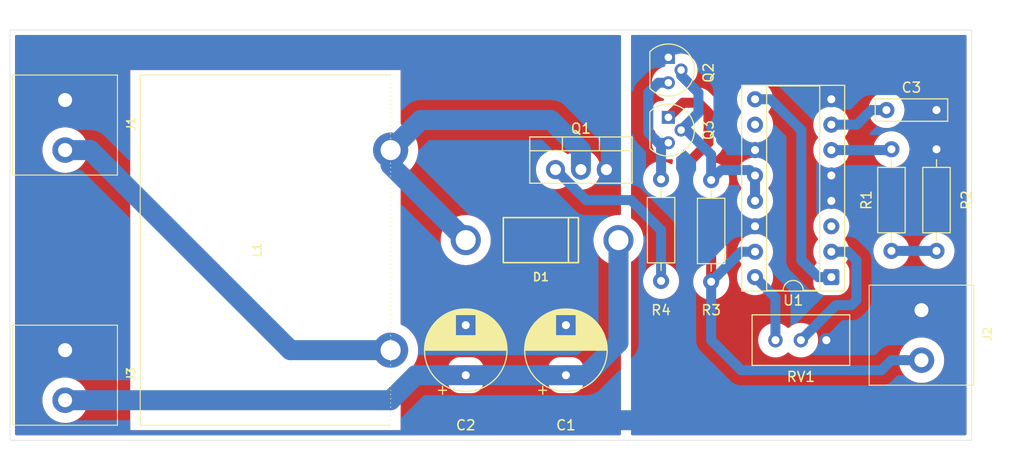
<source format=kicad_pcb>
(kicad_pcb (version 20241229) (generator "pcbnew") (generator_version "9.0")
  (layers (0 "F.Cu" signal) (2 "B.Cu" signal) (13 "F.Paste" user) (15 "B.Paste" user) (5 "F.SilkS" user "F.Silkscreen") (7 "B.SilkS" user "B.Silkscreen") (1 "F.Mask" user) (3 "B.Mask" user) (25 "Edge.Cuts" user))
  (net 0 "")
  (net 1 "+24V")
  (net 2 "GND")
  (net 3 "Net-(U1-CT)")
  (net 4 "/Dreno")
  (net 5 "+12V")
  (net 6 "+15V")
  (net 7 "/Driver")
  (net 8 "Net-(Q2-E)")
  (net 9 "Net-(Q2-B)")
  (net 10 "Net-(R1-Pad2)")
  (net 11 "Net-(U1-RT)")
  (net 12 "Net-(U1-IN)")
  (net 13 "Net-(U1-V_REF)")
  (net 14 "Net-(U1-COMP)")
  (net 17 "GNDPWR")
  (footprint "Potentiometer_THT:Potentiometer_Bourns_3296W_Vertical" (layer "F.Cu") (at 118.42 49 180)
    (property "Reference" "RV1" (at -2.54 -3.66 0) (layer "F.SilkS"))
    (property "Value" "10k")
    (fp_line (start 2.335 2.53) (end -7.415 2.53) (stroke (width 0.12)) (layer "F.SilkS"))
    (fp_line (start 2.335 -2.52) (end 2.335 2.53) (stroke (width 0.12)) (layer "F.SilkS"))
    (fp_line (start -7.415 2.53) (end -7.415 -2.52) (stroke (width 0.12)) (layer "F.SilkS"))
    (fp_line (start -7.415 -2.52) (end 2.335 -2.52) (stroke (width 0.12)) (layer "F.SilkS"))
    (pad "1" thru_hole circle (at 0 0 180) (size 1.44 1.44) (drill 0.8) (layers "*.Cu" "*.Mask") (net 13 "Net-(U1-V_REF)"))
    (pad "2" thru_hole circle (at -2.54 0 180) (size 1.44 1.44) (drill 0.8) (layers "*.Cu" "*.Mask") (net 12 "Net-(U1-IN)"))
    (pad "3" thru_hole circle (at -5.08 0 180) (size 1.44 1.44) (drill 0.8) (layers "*.Cu" "*.Mask") (net 2 "GND"))
  )
  (footprint "Package_TO_SOT_THT:TO-92" (layer "F.Cu") (at 107.73 20.73 -90)
    (property "Reference" "Q2" (at 1.54 -4 90) (layer "F.SilkS"))
    (property "Value" "2N2907A")
    (fp_line (start -0.53 1.85) (end 3.07 1.85) (stroke (width 0.12)) (layer "F.SilkS"))
    (fp_arc (start -0.568478 1.838478) (mid -1.132087 -0.994977) (end 1.27 -2.6) (stroke (width 0.12)) (layer "F.SilkS"))
    (fp_arc (start 1.27 -2.6) (mid 3.672087 -0.994977) (end 3.108478 1.838478) (stroke (width 0.12)) (layer "F.SilkS"))
    (pad "1" thru_hole rect (at 0 0 270) (size 1.3 1.3) (drill 0.75) (layers "*.Cu" "*.Mask") (net 2 "GND"))
    (pad "2" thru_hole circle (at 1.27 -1.27 270) (size 1.3 1.3) (drill 0.75) (layers "*.Cu" "*.Mask") (net 9 "Net-(Q2-B)"))
    (pad "3" thru_hole circle (at 2.54 0 270) (size 1.3 1.3) (drill 0.75) (layers "*.Cu" "*.Mask") (net 8 "Net-(Q2-E)"))
  )
  (footprint "Indutores_Potência:Indutor_Potência" (layer "F.Cu") (at 67.5 40 90)
    (property "Reference" "L1" (at 0 -0.8128 90) (layer "F.SilkS") (effects (font (size 0.8128 0.8128) (thickness 0.1524))))
    (property "Value" "L")
    (fp_line (start 17.5 -12.5) (end 17.5 12.5) (stroke (width 0.1)) (layer "F.SilkS"))
    (fp_line (start -17.5 -12.5) (end 17.5 -12.5) (stroke (width 0.1)) (layer "F.SilkS"))
    (fp_line (start 17.5 12.5) (end -17.5 12.5) (stroke (width 0.1) (type dot)) (layer "F.SilkS"))
    (fp_line (start -17.5 12.5) (end -17.5 -12.5) (stroke (width 0.1)) (layer "F.SilkS"))
    (pad "1" thru_hole circle (at -10 12.5 90) (size 3.5 3.5) (drill 2) (layers "*.Cu" "*.Mask") (net 5 "+12V"))
    (pad "2" thru_hole circle (at 10 12.5 90) (size 3.5 3.5) (drill 2) (layers "*.Cu" "*.Mask") (net 4 "/Dreno"))
  )
  (footprint "Capacitor_THT:C_Rect_L7.0mm_W2.0mm_P5.00mm" (layer "F.Cu") (at 129.5 26)
    (property "Reference" "C3" (at 2.5 -2.25 0) (layer "F.SilkS"))
    (property "Value" "10nF")
    (fp_line (start -1.12 -1.12) (end 6.12 -1.12) (stroke (width 0.12)) (layer "F.SilkS"))
    (fp_line (start -1.12 1.12) (end -1.12 -1.12) (stroke (width 0.12)) (layer "F.SilkS"))
    (fp_line (start 6.12 -1.12) (end 6.12 1.12) (stroke (width 0.12)) (layer "F.SilkS"))
    (fp_line (start 6.12 1.12) (end -1.12 1.12) (stroke (width 0.12)) (layer "F.SilkS"))
    (pad "1" thru_hole circle (at 0 0) (size 1.6 1.6) (drill 0.8) (layers "*.Cu" "*.Mask") (net 3 "Net-(U1-CT)"))
    (pad "2" thru_hole circle (at 5 0) (size 1.6 1.6) (drill 0.8) (layers "*.Cu" "*.Mask") (net 2 "GND"))
  )
  (footprint "KRE:KF128 2 VIAS" (layer "F.Cu") (at 47.5 27.5 90)
    (property "Reference" "J1" (at 0.1 6.5872 90) (layer "F.SilkS") (effects (font (size 0.8128 0.8128) (thickness 0.1524))))
    (property "Value" "KRE KF128")
    (fp_line (start 5 -5.225) (end -5 -5.225) (stroke (width 0.1)) (layer "F.SilkS"))
    (fp_line (start -5 -5.225) (end -5 5.225) (stroke (width 0.1)) (layer "F.SilkS"))
    (fp_line (start 5 5.225) (end 5 -5.225) (stroke (width 0.1)) (layer "F.SilkS"))
    (fp_line (start -5 5.225) (end 5 5.225) (stroke (width 0.1)) (layer "F.SilkS"))
    (pad "1" thru_hole circle (at -2.5 0 90) (size 2.54 2.54) (drill 1.4) (layers "*.Cu" "*.Mask") (net 5 "+12V"))
    (pad "2" thru_hole circle (at 2.5 0 90) (size 2.54 2.54) (drill 1.4) (layers "*.Cu" "*.Mask") (net 17 "GNDPWR"))
  )
  (footprint "Diodos_Diferentes:MUR420" (layer "F.Cu") (at 95 39)
    (property "Reference" "D1" (at 0 3.6872 0) (layer "F.SilkS") (effects (font (size 0.8128 0.8128) (thickness 0.1524))))
    (property "Value" "MUR420")
    (fp_line (start 2.75 -2.25) (end 2.75 2.25) (stroke (width 0.1524)) (layer "F.SilkS"))
    (fp_rect (start -3.75 -2.25) (end 3.75 2.25) (stroke (width 0.1524)) (fill no) (layer "F.SilkS"))
    (pad "1" thru_hole circle (at 7.75 0) (size 3 3) (drill 2) (layers "*.Cu" "*.Mask") (net 1 "+24V"))
    (pad "2" thru_hole circle (at -7.5 0) (size 3 3) (drill 2) (layers "*.Cu" "*.Mask") (net 4 "/Dreno"))
  )
  (footprint "Resistor_THT:R_Axial_DIN0207_L6.3mm_D2.5mm_P10.16mm_Horizontal" (layer "F.Cu") (at 130 29.92 -90)
    (property "Reference" "R1" (at 5.08 2.5 90) (layer "F.SilkS"))
    (property "Value" "4,7k")
    (fp_line (start 1.04 0) (end 1.81 0) (stroke (width 0.12)) (layer "F.SilkS"))
    (fp_line (start 9.12 0) (end 8.35 0) (stroke (width 0.12)) (layer "F.SilkS"))
    (fp_rect (start 1.81 -1.37) (end 8.35 1.37) (stroke (width 0.12)) (fill no) (layer "F.SilkS"))
    (pad "1" thru_hole circle (at 0 0 270) (size 1.6 1.6) (drill 0.8) (layers "*.Cu" "*.Mask") (net 11 "Net-(U1-RT)"))
    (pad "2" thru_hole circle (at 10.16 0 270) (size 1.6 1.6) (drill 0.8) (layers "*.Cu" "*.Mask") (net 10 "Net-(R1-Pad2)"))
  )
  (footprint "Capacitor_THT:CP_Radial_D8.0mm_P5.00mm" (layer "F.Cu") (at 97.5 52.5 90)
    (property "Reference" "C1" (at -5 0 180) (layer "F.SilkS"))
    (property "Value" "100uF")
    (fp_line (start 2.54 -4.08) (end 2.54 4.08) (stroke (width 0.12)) (layer "F.SilkS"))
    (fp_line (start 2.5 -4.08) (end 2.5 4.08) (stroke (width 0.12)) (layer "F.SilkS"))
    (fp_line (start 2.58 -4.079) (end 2.58 4.079) (stroke (width 0.12)) (layer "F.SilkS"))
    (fp_line (start 2.62 -4.078) (end 2.62 4.078) (stroke (width 0.12)) (layer "F.SilkS"))
    (fp_line (start 2.66 -4.077) (end 2.66 4.077) (stroke (width 0.12)) (layer "F.SilkS"))
    (fp_line (start 2.7 -4.075) (end 2.7 4.075) (stroke (width 0.12)) (layer "F.SilkS"))
    (fp_line (start 2.74 -4.073) (end 2.74 4.073) (stroke (width 0.12)) (layer "F.SilkS"))
    (fp_line (start 2.78 -4.07) (end 2.78 4.07) (stroke (width 0.12)) (layer "F.SilkS"))
    (fp_line (start 2.82 -4.068) (end 2.82 4.068) (stroke (width 0.12)) (layer "F.SilkS"))
    (fp_line (start 2.86 -4.064) (end 2.86 4.064) (stroke (width 0.12)) (layer "F.SilkS"))
    (fp_line (start 2.9 -4.061) (end 2.9 4.061) (stroke (width 0.12)) (layer "F.SilkS"))
    (fp_line (start 2.94 -4.056) (end 2.94 4.056) (stroke (width 0.12)) (layer "F.SilkS"))
    (fp_line (start 2.98 -4.052) (end 2.98 4.052) (stroke (width 0.12)) (layer "F.SilkS"))
    (fp_line (start 3.02 -4.047) (end 3.02 4.047) (stroke (width 0.12)) (layer "F.SilkS"))
    (fp_line (start 3.06 -4.042) (end 3.06 4.042) (stroke (width 0.12)) (layer "F.SilkS"))
    (fp_line (start 3.1 -4.036) (end 3.1 4.036) (stroke (width 0.12)) (layer "F.SilkS"))
    (fp_line (start 3.14 -4.03) (end 3.14 4.03) (stroke (width 0.12)) (layer "F.SilkS"))
    (fp_line (start 3.18 -4.023) (end 3.18 4.023) (stroke (width 0.12)) (layer "F.SilkS"))
    (fp_line (start 3.22 -4.017) (end 3.22 4.017) (stroke (width 0.12)) (layer "F.SilkS"))
    (fp_line (start 3.26 -4.009) (end 3.26 4.009) (stroke (width 0.12)) (layer "F.SilkS"))
    (fp_line (start 3.3 -4.002) (end 3.3 4.002) (stroke (width 0.12)) (layer "F.SilkS"))
    (fp_line (start 3.34 -3.993) (end 3.34 3.993) (stroke (width 0.12)) (layer "F.SilkS"))
    (fp_line (start 3.38 -3.985) (end 3.38 3.985) (stroke (width 0.12)) (layer "F.SilkS"))
    (fp_line (start 3.42 -3.976) (end 3.42 3.976) (stroke (width 0.12)) (layer "F.SilkS"))
    (fp_line (start 3.46 -3.967) (end 3.46 3.967) (stroke (width 0.12)) (layer "F.SilkS"))
    (fp_line (start 3.5 -3.957) (end 3.5 3.957) (stroke (width 0.12)) (layer "F.SilkS"))
    (fp_line (start 3.54 -3.947) (end 3.54 3.947) (stroke (width 0.12)) (layer "F.SilkS"))
    (fp_line (start 3.58 -3.936) (end 3.58 3.936) (stroke (width 0.12)) (layer "F.SilkS"))
    (fp_line (start 3.62 -3.925) (end 3.62 3.925) (stroke (width 0.12)) (layer "F.SilkS"))
    (fp_line (start 3.66 -3.913) (end 3.66 3.913) (stroke (width 0.12)) (layer "F.SilkS"))
    (fp_line (start 3.7 -3.901) (end 3.7 3.901) (stroke (width 0.12)) (layer "F.SilkS"))
    (fp_line (start 3.74 -3.889) (end 3.74 3.889) (stroke (width 0.12)) (layer "F.SilkS"))
    (fp_line (start 3.78 -3.876) (end 3.78 3.876) (stroke (width 0.12)) (layer "F.SilkS"))
    (fp_line (start 3.82 -3.863) (end 3.82 3.863) (stroke (width 0.12)) (layer "F.SilkS"))
    (fp_line (start 3.86 -3.849) (end 3.86 3.849) (stroke (width 0.12)) (layer "F.SilkS"))
    (fp_line (start 3.9 -3.835) (end 3.9 3.835) (stroke (width 0.12)) (layer "F.SilkS"))
    (fp_line (start 3.94 -3.82) (end 3.94 3.82) (stroke (width 0.12)) (layer "F.SilkS"))
    (fp_line (start 3.98 -3.805) (end 3.98 -1.04) (stroke (width 0.12)) (layer "F.SilkS"))
    (fp_line (start 4.02 -3.789) (end 4.02 -1.04) (stroke (width 0.12)) (layer "F.SilkS"))
    (fp_line (start 4.06 -3.773) (end 4.06 -1.04) (stroke (width 0.12)) (layer "F.SilkS"))
    (fp_line (start 4.1 -3.757) (end 4.1 -1.04) (stroke (width 0.12)) (layer "F.SilkS"))
    (fp_line (start 4.14 -3.74) (end 4.14 -1.04) (stroke (width 0.12)) (layer "F.SilkS"))
    (fp_line (start 4.18 -3.722) (end 4.18 -1.04) (stroke (width 0.12)) (layer "F.SilkS"))
    (fp_line (start 4.22 -3.704) (end 4.22 -1.04) (stroke (width 0.12)) (layer "F.SilkS"))
    (fp_line (start 4.26 -3.685) (end 4.26 -1.04) (stroke (width 0.12)) (layer "F.SilkS"))
    (fp_line (start 4.3 -3.666) (end 4.3 -1.04) (stroke (width 0.12)) (layer "F.SilkS"))
    (fp_line (start 4.34 -3.646) (end 4.34 -1.04) (stroke (width 0.12)) (layer "F.SilkS"))
    (fp_line (start 4.38 -3.626) (end 4.38 -1.04) (stroke (width 0.12)) (layer "F.SilkS"))
    (fp_line (start 4.42 -3.605) (end 4.42 -1.04) (stroke (width 0.12)) (layer "F.SilkS"))
    (fp_line (start 4.46 -3.584) (end 4.46 -1.04) (stroke (width 0.12)) (layer "F.SilkS"))
    (fp_line (start 4.5 -3.562) (end 4.5 -1.04) (stroke (width 0.12)) (layer "F.SilkS"))
    (fp_line (start 4.54 -3.539) (end 4.54 -1.04) (stroke (width 0.12)) (layer "F.SilkS"))
    (fp_line (start 4.58 -3.516) (end 4.58 -1.04) (stroke (width 0.12)) (layer "F.SilkS"))
    (fp_line (start 4.62 -3.493) (end 4.62 -1.04) (stroke (width 0.12)) (layer "F.SilkS"))
    (fp_line (start 4.66 -3.468) (end 4.66 -1.04) (stroke (width 0.12)) (layer "F.SilkS"))
    (fp_line (start 4.7 -3.443) (end 4.7 -1.04) (stroke (width 0.12)) (layer "F.SilkS"))
    (fp_line (start 4.74 -3.418) (end 4.74 -1.04) (stroke (width 0.12)) (layer "F.SilkS"))
    (fp_line (start 4.78 -3.392) (end 4.78 -1.04) (stroke (width 0.12)) (layer "F.SilkS"))
    (fp_line (start 4.82 -3.365) (end 4.82 -1.04) (stroke (width 0.12)) (layer "F.SilkS"))
    (fp_line (start 4.86 -3.337) (end 4.86 -1.04) (stroke (width 0.12)) (layer "F.SilkS"))
    (fp_line (start 4.9 -3.309) (end 4.9 -1.04) (stroke (width 0.12)) (layer "F.SilkS"))
    (fp_line (start 4.94 -3.28) (end 4.94 -1.04) (stroke (width 0.12)) (layer "F.SilkS"))
    (fp_line (start 4.98 -3.25) (end 4.98 -1.04) (stroke (width 0.12)) (layer "F.SilkS"))
    (fp_line (start 5.02 -3.219) (end 5.02 -1.04) (stroke (width 0.12)) (layer "F.SilkS"))
    (fp_line (start 5.06 -3.188) (end 5.06 -1.04) (stroke (width 0.12)) (layer "F.SilkS"))
    (fp_line (start 5.1 -3.156) (end 5.1 -1.04) (stroke (width 0.12)) (layer "F.SilkS"))
    (fp_line (start 5.14 -3.123) (end 5.14 -1.04) (stroke (width 0.12)) (layer "F.SilkS"))
    (fp_line (start 5.18 -3.089) (end 5.18 -1.04) (stroke (width 0.12)) (layer "F.SilkS"))
    (fp_line (start 5.22 -3.055) (end 5.22 -1.04) (stroke (width 0.12)) (layer "F.SilkS"))
    (fp_line (start 5.26 -3.019) (end 5.26 -1.04) (stroke (width 0.12)) (layer "F.SilkS"))
    (fp_line (start 5.3 -2.982) (end 5.3 -1.04) (stroke (width 0.12)) (layer "F.SilkS"))
    (fp_line (start 5.34 -2.945) (end 5.34 -1.04) (stroke (width 0.12)) (layer "F.SilkS"))
    (fp_line (start 5.38 -2.906) (end 5.38 -1.04) (stroke (width 0.12)) (layer "F.SilkS"))
    (fp_line (start 5.42 -2.867) (end 5.42 -1.04) (stroke (width 0.12)) (layer "F.SilkS"))
    (fp_line (start 5.46 -2.826) (end 5.46 -1.04) (stroke (width 0.12)) (layer "F.SilkS"))
    (fp_line (start 5.5 -2.784) (end 5.5 -1.04) (stroke (width 0.12)) (layer "F.SilkS"))
    (fp_line (start 5.54 -2.741) (end 5.54 -1.04) (stroke (width 0.12)) (layer "F.SilkS"))
    (fp_line (start -1.509698 -2.715) (end -1.509698 -1.915) (stroke (width 0.12)) (layer "F.SilkS"))
    (fp_line (start 5.58 -2.696) (end 5.58 -1.04) (stroke (width 0.12)) (layer "F.SilkS"))
    (fp_line (start 5.62 -2.651) (end 5.62 -1.04) (stroke (width 0.12)) (layer "F.SilkS"))
    (fp_line (start 5.66 -2.604) (end 5.66 -1.04) (stroke (width 0.12)) (layer "F.SilkS"))
    (fp_line (start 5.7 -2.555) (end 5.7 -1.04) (stroke (width 0.12)) (layer "F.SilkS"))
    (fp_line (start 5.74 -2.505) (end 5.74 -1.04) (stroke (width 0.12)) (layer "F.SilkS"))
    (fp_line (start 5.78 -2.453) (end 5.78 -1.04) (stroke (width 0.12)) (layer "F.SilkS"))
    (fp_line (start 5.82 -2.4) (end 5.82 -1.04) (stroke (width 0.12)) (layer "F.SilkS"))
    (fp_line (start 5.86 -2.344) (end 5.86 -1.04) (stroke (width 0.12)) (layer "F.SilkS"))
    (fp_line (start -1.909698 -2.315) (end -1.109698 -2.315) (stroke (width 0.12)) (layer "F.SilkS"))
    (fp_line (start 5.9 -2.287) (end 5.9 -1.04) (stroke (width 0.12)) (layer "F.SilkS"))
    (fp_line (start 5.94 -2.227) (end 5.94 -1.04) (stroke (width 0.12)) (layer "F.SilkS"))
    (fp_line (start 5.98 -2.165) (end 5.98 -1.04) (stroke (width 0.12)) (layer "F.SilkS"))
    (fp_line (start 6.02 -2.101) (end 6.02 -1.04) (stroke (width 0.12)) (layer "F.SilkS"))
    (fp_line (start 6.06 -2.034) (end 6.06 2.034) (stroke (width 0.12)) (layer "F.SilkS"))
    (fp_line (start 6.1 -1.964) (end 6.1 1.964) (stroke (width 0.12)) (layer "F.SilkS"))
    (fp_line (start 6.14 -1.89) (end 6.14 1.89) (stroke (width 0.12)) (layer "F.SilkS"))
    (fp_line (start 6.18 -1.813) (end 6.18 1.813) (stroke (width 0.12)) (layer "F.SilkS"))
    (fp_line (start 6.22 -1.731) (end 6.22 1.731) (stroke (width 0.12)) (layer "F.SilkS"))
    (fp_line (start 6.26 -1.644) (end 6.26 1.644) (stroke (width 0.12)) (layer "F.SilkS"))
    (fp_line (start 6.3 -1.552) (end 6.3 1.552) (stroke (width 0.12)) (layer "F.SilkS"))
    (fp_line (start 6.34 -1.453) (end 6.34 1.453) (stroke (width 0.12)) (layer "F.SilkS"))
    (fp_line (start 6.38 -1.346) (end 6.38 1.346) (stroke (width 0.12)) (layer "F.SilkS"))
    (fp_line (start 6.42 -1.228) (end 6.42 1.228) (stroke (width 0.12)) (layer "F.SilkS"))
    (fp_line (start 6.46 -1.097) (end 6.46 1.097) (stroke (width 0.12)) (layer "F.SilkS"))
    (fp_line (start 6.5 -0.947) (end 6.5 0.947) (stroke (width 0.12)) (layer "F.SilkS"))
    (fp_line (start 6.54 -0.768) (end 6.54 0.768) (stroke (width 0.12)) (layer "F.SilkS"))
    (fp_line (start 6.58 -0.533) (end 6.58 0.533) (stroke (width 0.12)) (layer "F.SilkS"))
    (fp_line (start 6.02 1.04) (end 6.02 2.101) (stroke (width 0.12)) (layer "F.SilkS"))
    (fp_line (start 5.98 1.04) (end 5.98 2.165) (stroke (width 0.12)) (layer "F.SilkS"))
    (fp_line (start 5.94 1.04) (end 5.94 2.227) (stroke (width 0.12)) (layer "F.SilkS"))
    (fp_line (start 5.9 1.04) (end 5.9 2.287) (stroke (width 0.12)) (layer "F.SilkS"))
    (fp_line (start 5.86 1.04) (end 5.86 2.344) (stroke (width 0.12)) (layer "F.SilkS"))
    (fp_line (start 5.82 1.04) (end 5.82 2.4) (stroke (width 0.12)) (layer "F.SilkS"))
    (fp_line (start 5.78 1.04) (end 5.78 2.453) (stroke (width 0.12)) (layer "F.SilkS"))
    (fp_line (start 5.74 1.04) (end 5.74 2.505) (stroke (width 0.12)) (layer "F.SilkS"))
    (fp_line (start 5.7 1.04) (end 5.7 2.555) (stroke (width 0.12)) (layer "F.SilkS"))
    (fp_line (start 5.66 1.04) (end 5.66 2.604) (stroke (width 0.12)) (layer "F.SilkS"))
    (fp_line (start 5.62 1.04) (end 5.62 2.651) (stroke (width 0.12)) (layer "F.SilkS"))
    (fp_line (start 5.58 1.04) (end 5.58 2.696) (stroke (width 0.12)) (layer "F.SilkS"))
    (fp_line (start 5.54 1.04) (end 5.54 2.741) (stroke (width 0.12)) (layer "F.SilkS"))
    (fp_line (start 5.5 1.04) (end 5.5 2.784) (stroke (width 0.12)) (layer "F.SilkS"))
    (fp_line (start 5.46 1.04) (end 5.46 2.826) (stroke (width 0.12)) (layer "F.SilkS"))
    (fp_line (start 5.42 1.04) (end 5.42 2.867) (stroke (width 0.12)) (layer "F.SilkS"))
    (fp_line (start 5.38 1.04) (end 5.38 2.906) (stroke (width 0.12)) (layer "F.SilkS"))
    (fp_line (start 5.34 1.04) (end 5.34 2.945) (stroke (width 0.12)) (layer "F.SilkS"))
    (fp_line (start 5.3 1.04) (end 5.3 2.982) (stroke (width 0.12)) (layer "F.SilkS"))
    (fp_line (start 5.26 1.04) (end 5.26 3.019) (stroke (width 0.12)) (layer "F.SilkS"))
    (fp_line (start 5.22 1.04) (end 5.22 3.055) (stroke (width 0.12)) (layer "F.SilkS"))
    (fp_line (start 5.18 1.04) (end 5.18 3.089) (stroke (width 0.12)) (layer "F.SilkS"))
    (fp_line (start 5.14 1.04) (end 5.14 3.123) (stroke (width 0.12)) (layer "F.SilkS"))
    (fp_line (start 5.1 1.04) (end 5.1 3.156) (stroke (width 0.12)) (layer "F.SilkS"))
    (fp_line (start 5.06 1.04) (end 5.06 3.188) (stroke (width 0.12)) (layer "F.SilkS"))
    (fp_line (start 5.02 1.04) (end 5.02 3.219) (stroke (width 0.12)) (layer "F.SilkS"))
    (fp_line (start 4.98 1.04) (end 4.98 3.25) (stroke (width 0.12)) (layer "F.SilkS"))
    (fp_line (start 4.94 1.04) (end 4.94 3.28) (stroke (width 0.12)) (layer "F.SilkS"))
    (fp_line (start 4.9 1.04) (end 4.9 3.309) (stroke (width 0.12)) (layer "F.SilkS"))
    (fp_line (start 4.86 1.04) (end 4.86 3.337) (stroke (width 0.12)) (layer "F.SilkS"))
    (fp_line (start 4.82 1.04) (end 4.82 3.365) (stroke (width 0.12)) (layer "F.SilkS"))
    (fp_line (start 4.78 1.04) (end 4.78 3.392) (stroke (width 0.12)) (layer "F.SilkS"))
    (fp_line (start 4.74 1.04) (end 4.74 3.418) (stroke (width 0.12)) (layer "F.SilkS"))
    (fp_line (start 4.7 1.04) (end 4.7 3.443) (stroke (width 0.12)) (layer "F.SilkS"))
    (fp_line (start 4.66 1.04) (end 4.66 3.468) (stroke (width 0.12)) (layer "F.SilkS"))
    (fp_line (start 4.62 1.04) (end 4.62 3.493) (stroke (width 0.12)) (layer "F.SilkS"))
    (fp_line (start 4.58 1.04) (end 4.58 3.516) (stroke (width 0.12)) (layer "F.SilkS"))
    (fp_line (start 4.54 1.04) (end 4.54 3.539) (stroke (width 0.12)) (layer "F.SilkS"))
    (fp_line (start 4.5 1.04) (end 4.5 3.562) (stroke (width 0.12)) (layer "F.SilkS"))
    (fp_line (start 4.46 1.04) (end 4.46 3.584) (stroke (width 0.12)) (layer "F.SilkS"))
    (fp_line (start 4.42 1.04) (end 4.42 3.605) (stroke (width 0.12)) (layer "F.SilkS"))
    (fp_line (start 4.38 1.04) (end 4.38 3.626) (stroke (width 0.12)) (layer "F.SilkS"))
    (fp_line (start 4.34 1.04) (end 4.34 3.646) (stroke (width 0.12)) (layer "F.SilkS"))
    (fp_line (start 4.3 1.04) (end 4.3 3.666) (stroke (width 0.12)) (layer "F.SilkS"))
    (fp_line (start 4.26 1.04) (end 4.26 3.685) (stroke (width 0.12)) (layer "F.SilkS"))
    (fp_line (start 4.22 1.04) (end 4.22 3.704) (stroke (width 0.12)) (layer "F.SilkS"))
    (fp_line (start 4.18 1.04) (end 4.18 3.722) (stroke (width 0.12)) (layer "F.SilkS"))
    (fp_line (start 4.14 1.04) (end 4.14 3.74) (stroke (width 0.12)) (layer "F.SilkS"))
    (fp_line (start 4.1 1.04) (end 4.1 3.757) (stroke (width 0.12)) (layer "F.SilkS"))
    (fp_line (start 4.06 1.04) (end 4.06 3.773) (stroke (width 0.12)) (layer "F.SilkS"))
    (fp_line (start 4.02 1.04) (end 4.02 3.789) (stroke (width 0.12)) (layer "F.SilkS"))
    (fp_line (start 3.98 1.04) (end 3.98 3.805) (stroke (width 0.12)) (layer "F.SilkS"))
    (fp_circle (center 2.5 0) (end 6.62 0) (stroke (width 0.12)) (fill no) (layer "F.SilkS"))
    (pad "1" thru_hole roundrect (at 0 0 90) (size 1.6 1.6) (drill 0.8) (layers "*.Cu" "*.Mask") (roundrect_rratio 0.15625) (net 1 "+24V"))
    (pad "2" thru_hole circle (at 5 0 90) (size 1.6 1.6) (drill 0.8) (layers "*.Cu" "*.Mask") (net 17 "GNDPWR"))
  )
  (footprint "Package_DIP:DIP-16_W7.62mm_Socket" (layer "F.Cu") (at 124 42.7 180)
    (property "Reference" "U1" (at 3.81 -2.33 0) (layer "F.SilkS"))
    (property "Value" "UC3524")
    (fp_line (start 6.46 19.11) (end 6.46 -1.33) (stroke (width 0.12)) (layer "F.SilkS"))
    (fp_line (start 6.46 -1.33) (end 4.81 -1.33) (stroke (width 0.12)) (layer "F.SilkS"))
    (fp_line (start 2.81 -1.33) (end 1.16 -1.33) (stroke (width 0.12)) (layer "F.SilkS"))
    (fp_line (start 1.16 19.11) (end 6.46 19.11) (stroke (width 0.12)) (layer "F.SilkS"))
    (fp_line (start 1.16 -1.33) (end 1.16 19.11) (stroke (width 0.12)) (layer "F.SilkS"))
    (fp_rect (start -1.33 -1.39) (end 8.95 19.17) (stroke (width 0.12)) (fill no) (layer "F.SilkS"))
    (fp_arc (start 4.81 -1.33) (mid 3.81 -0.33) (end 2.81 -1.33) (stroke (width 0.12)) (layer "F.SilkS"))
    (pad "1" thru_hole roundrect (at 0 0 180) (size 1.6 1.6) (drill 0.8) (layers "*.Cu" "*.Mask") (roundrect_rratio 0.15625) (net 14 "Net-(U1-COMP)"))
    (pad "2" thru_hole circle (at 0 2.54 180) (size 1.6 1.6) (drill 0.8) (layers "*.Cu" "*.Mask") (net 12 "Net-(U1-IN)"))
    (pad "3" thru_hole circle (at 0 5.08 180) (size 1.6 1.6) (drill 0.8) (layers "*.Cu" "*.Mask"))
    (pad "4" thru_hole circle (at 0 7.62 180) (size 1.6 1.6) (drill 0.8) (layers "*.Cu" "*.Mask") (net 2 "GND"))
    (pad "5" thru_hole circle (at 0 10.16 180) (size 1.6 1.6) (drill 0.8) (layers "*.Cu" "*.Mask") (net 2 "GND"))
    (pad "6" thru_hole circle (at 0 12.7 180) (size 1.6 1.6) (drill 0.8) (layers "*.Cu" "*.Mask") (net 11 "Net-(U1-RT)"))
    (pad "7" thru_hole circle (at 0 15.24 180) (size 1.6 1.6) (drill 0.8) (layers "*.Cu" "*.Mask") (net 3 "Net-(U1-CT)"))
    (pad "8" thru_hole circle (at 0 17.78 180) (size 1.6 1.6) (drill 0.8) (layers "*.Cu" "*.Mask") (net 2 "GND"))
    (pad "9" thru_hole circle (at 7.62 17.78 180) (size 1.6 1.6) (drill 0.8) (layers "*.Cu" "*.Mask") (net 14 "Net-(U1-COMP)"))
    (pad "10" thru_hole circle (at 7.62 15.24 180) (size 1.6 1.6) (drill 0.8) (layers "*.Cu" "*.Mask"))
    (pad "11" thru_hole circle (at 7.62 12.7 180) (size 1.6 1.6) (drill 0.8) (layers "*.Cu" "*.Mask") (net 2 "GND"))
    (pad "12" thru_hole circle (at 7.62 10.16 180) (size 1.6 1.6) (drill 0.8) (layers "*.Cu" "*.Mask") (net 9 "Net-(Q2-B)"))
    (pad "13" thru_hole circle (at 7.62 7.62 180) (size 1.6 1.6) (drill 0.8) (layers "*.Cu" "*.Mask") (net 9 "Net-(Q2-B)"))
    (pad "14" thru_hole circle (at 7.62 5.08 180) (size 1.6 1.6) (drill 0.8) (layers "*.Cu" "*.Mask") (net 2 "GND"))
    (pad "15" thru_hole circle (at 7.62 2.54 180) (size 1.6 1.6) (drill 0.8) (layers "*.Cu" "*.Mask") (net 6 "+15V"))
    (pad "16" thru_hole circle (at 7.62 0 180) (size 1.6 1.6) (drill 0.8) (layers "*.Cu" "*.Mask") (net 13 "Net-(U1-V_REF)"))
  )
  (footprint "Indutores_Potência:TO-220" (layer "F.Cu") (at 96.46 31.95)
    (property "Reference" "Q1" (at 2.54 -4.1 0) (layer "F.SilkS"))
    (property "Value" "IRF640")
    (fp_line (start -2.57 -3.26) (end 7.65 -3.26) (stroke (width 0.12)) (layer "F.SilkS"))
    (fp_line (start -2.57 -1.88) (end 7.65 -1.88) (stroke (width 0.12)) (layer "F.SilkS"))
    (fp_line (start -2.57 1.36) (end -2.57 -3.26) (stroke (width 0.12)) (layer "F.SilkS"))
    (fp_line (start 0.69 -3.26) (end 0.69 -1.88) (stroke (width 0.12)) (layer "F.SilkS"))
    (fp_line (start 4.39 -3.26) (end 4.39 -1.88) (stroke (width 0.12)) (layer "F.SilkS"))
    (fp_line (start 7.65 -3.26) (end 7.65 1.36) (stroke (width 0.12)) (layer "F.SilkS"))
    (fp_line (start 7.65 1.36) (end -2.57 1.36) (stroke (width 0.12)) (layer "F.SilkS"))
    (pad "1" thru_hole oval (at 2.54 0) (size 1.905 2) (drill 1.1) (layers "*.Cu" "*.Mask") (net 4 "/Dreno"))
    (pad "2" thru_hole circle (at 0 0) (size 1.905 1.905) (drill 1.1) (layers "*.Cu" "*.Mask") (net 7 "/Driver"))
    (pad "3" thru_hole oval (at 5.08 0) (size 1.905 2) (drill 1.1) (layers "*.Cu" "*.Mask") (net 17 "GNDPWR"))
  )
  (footprint "Resistor_THT:R_Axial_DIN0207_L6.3mm_D2.5mm_P10.16mm_Horizontal" (layer "F.Cu") (at 107 32.92 -90)
    (property "Reference" "R4" (at 13.08 0 180) (layer "F.SilkS"))
    (property "Value" "33R")
    (fp_line (start 1.04 0) (end 1.81 0) (stroke (width 0.12)) (layer "F.SilkS"))
    (fp_line (start 9.12 0) (end 8.35 0) (stroke (width 0.12)) (layer "F.SilkS"))
    (fp_rect (start 1.81 -1.37) (end 8.35 1.37) (stroke (width 0.12)) (fill no) (layer "F.SilkS"))
    (pad "1" thru_hole circle (at 0 0 270) (size 1.6 1.6) (drill 0.8) (layers "*.Cu" "*.Mask") (net 8 "Net-(Q2-E)"))
    (pad "2" thru_hole circle (at 10.16 0 270) (size 1.6 1.6) (drill 0.8) (layers "*.Cu" "*.Mask") (net 7 "/Driver"))
  )
  (footprint "Resistor_THT:R_Axial_DIN0207_L6.3mm_D2.5mm_P10.16mm_Horizontal" (layer "F.Cu") (at 134.5 40.08 90)
    (property "Reference" "R2" (at 5.08 3 90) (layer "F.SilkS"))
    (property "Value" "1,2k")
    (fp_line (start 9.12 0) (end 8.35 0) (stroke (width 0.12)) (layer "F.SilkS"))
    (fp_line (start 1.04 0) (end 1.81 0) (stroke (width 0.12)) (layer "F.SilkS"))
    (fp_rect (start 1.81 -1.37) (end 8.35 1.37) (stroke (width 0.12)) (fill no) (layer "F.SilkS"))
    (pad "1" thru_hole circle (at 0 0 90) (size 1.6 1.6) (drill 0.8) (layers "*.Cu" "*.Mask") (net 10 "Net-(R1-Pad2)"))
    (pad "2" thru_hole circle (at 10.16 0 90) (size 1.6 1.6) (drill 0.8) (layers "*.Cu" "*.Mask") (net 2 "GND"))
  )
  (footprint "Resistor_THT:R_Axial_DIN0207_L6.3mm_D2.5mm_P10.16mm_Horizontal" (layer "F.Cu") (at 112 43.16 90)
    (property "Reference" "R3" (at -2.84 0 180) (layer "F.SilkS"))
    (property "Value" "4,7k")
    (fp_line (start 9.12 0) (end 8.35 0) (stroke (width 0.12)) (layer "F.SilkS"))
    (fp_line (start 1.04 0) (end 1.81 0) (stroke (width 0.12)) (layer "F.SilkS"))
    (fp_rect (start 1.81 -1.37) (end 8.35 1.37) (stroke (width 0.12)) (fill no) (layer "F.SilkS"))
    (pad "1" thru_hole circle (at 0 0 90) (size 1.6 1.6) (drill 0.8) (layers "*.Cu" "*.Mask") (net 6 "+15V"))
    (pad "2" thru_hole circle (at 10.16 0 90) (size 1.6 1.6) (drill 0.8) (layers "*.Cu" "*.Mask") (net 9 "Net-(Q2-B)"))
  )
  (footprint "KRE:KF128 2 VIAS" (layer "F.Cu") (at 133 48.5 90)
    (property "Reference" "J2" (at 0.1 6.5872 90) (layer "F.SilkS") (effects (font (size 0.8128 0.8128) (thickness 0.1524))))
    (property "Value" "KRE KF128")
    (fp_line (start 5 -5.225) (end -5 -5.225) (stroke (width 0.1)) (layer "F.SilkS"))
    (fp_line (start -5 -5.225) (end -5 5.225) (stroke (width 0.1)) (layer "F.SilkS"))
    (fp_line (start 5 5.225) (end 5 -5.225) (stroke (width 0.1)) (layer "F.SilkS"))
    (fp_line (start -5 5.225) (end 5 5.225) (stroke (width 0.1)) (layer "F.SilkS"))
    (pad "1" thru_hole circle (at -2.5 0 90) (size 2.54 2.54) (drill 1.4) (layers "*.Cu" "*.Mask") (net 6 "+15V"))
    (pad "2" thru_hole circle (at 2.5 0 90) (size 2.54 2.54) (drill 1.4) (layers "*.Cu" "*.Mask") (net 2 "GND"))
  )
  (footprint "Package_TO_SOT_THT:TO-92" (layer "F.Cu") (at 107.73 26.73 -90)
    (property "Reference" "Q3" (at 1.27 -4 90) (layer "F.SilkS"))
    (property "Value" "2N2222A")
    (fp_line (start -0.53 1.85) (end 3.07 1.85) (stroke (width 0.12)) (layer "F.SilkS"))
    (fp_arc (start -0.568478 1.838478) (mid -1.132087 -0.994977) (end 1.27 -2.6) (stroke (width 0.12)) (layer "F.SilkS"))
    (fp_arc (start 1.27 -2.6) (mid 3.672087 -0.994977) (end 3.108478 1.838478) (stroke (width 0.12)) (layer "F.SilkS"))
    (pad "1" thru_hole rect (at 0 0 270) (size 1.3 1.3) (drill 0.75) (layers "*.Cu" "*.Mask") (net 6 "+15V"))
    (pad "2" thru_hole circle (at 1.27 -1.27 270) (size 1.3 1.3) (drill 0.75) (layers "*.Cu" "*.Mask") (net 9 "Net-(Q2-B)"))
    (pad "3" thru_hole circle (at 2.54 0 270) (size 1.3 1.3) (drill 0.75) (layers "*.Cu" "*.Mask") (net 8 "Net-(Q2-E)"))
  )
  (footprint "KRE:KF128 2 VIAS" (layer "F.Cu") (at 47.5 52.5 90)
    (property "Reference" "J3" (at 0.1 6.5872 90) (layer "F.SilkS") (effects (font (size 0.8128 0.8128) (thickness 0.1524))))
    (property "Value" "KRE KF128")
    (fp_line (start 5 -5.225) (end -5 -5.225) (stroke (width 0.1)) (layer "F.SilkS"))
    (fp_line (start -5 -5.225) (end -5 5.225) (stroke (width 0.1)) (layer "F.SilkS"))
    (fp_line (start 5 5.225) (end 5 -5.225) (stroke (width 0.1)) (layer "F.SilkS"))
    (fp_line (start -5 5.225) (end 5 5.225) (stroke (width 0.1)) (layer "F.SilkS"))
    (pad "1" thru_hole circle (at -2.5 0 90) (size 2.54 2.54) (drill 1.4) (layers "*.Cu" "*.Mask") (net 1 "+24V"))
    (pad "2" thru_hole circle (at 2.5 0 90) (size 2.54 2.54) (drill 1.4) (layers "*.Cu" "*.Mask") (net 17 "GNDPWR"))
  )
  (footprint "Capacitor_THT:CP_Radial_D8.0mm_P5.00mm" (layer "F.Cu") (at 87.5 52.5 90)
    (property "Reference" "C2" (at -5 0 180) (layer "F.SilkS"))
    (property "Value" "100uF")
    (fp_line (start 2.54 -4.08) (end 2.54 4.08) (stroke (width 0.12)) (layer "F.SilkS"))
    (fp_line (start 2.5 -4.08) (end 2.5 4.08) (stroke (width 0.12)) (layer "F.SilkS"))
    (fp_line (start 2.58 -4.079) (end 2.58 4.079) (stroke (width 0.12)) (layer "F.SilkS"))
    (fp_line (start 2.62 -4.078) (end 2.62 4.078) (stroke (width 0.12)) (layer "F.SilkS"))
    (fp_line (start 2.66 -4.077) (end 2.66 4.077) (stroke (width 0.12)) (layer "F.SilkS"))
    (fp_line (start 2.7 -4.075) (end 2.7 4.075) (stroke (width 0.12)) (layer "F.SilkS"))
    (fp_line (start 2.74 -4.073) (end 2.74 4.073) (stroke (width 0.12)) (layer "F.SilkS"))
    (fp_line (start 2.78 -4.07) (end 2.78 4.07) (stroke (width 0.12)) (layer "F.SilkS"))
    (fp_line (start 2.82 -4.068) (end 2.82 4.068) (stroke (width 0.12)) (layer "F.SilkS"))
    (fp_line (start 2.86 -4.064) (end 2.86 4.064) (stroke (width 0.12)) (layer "F.SilkS"))
    (fp_line (start 2.9 -4.061) (end 2.9 4.061) (stroke (width 0.12)) (layer "F.SilkS"))
    (fp_line (start 2.94 -4.056) (end 2.94 4.056) (stroke (width 0.12)) (layer "F.SilkS"))
    (fp_line (start 2.98 -4.052) (end 2.98 4.052) (stroke (width 0.12)) (layer "F.SilkS"))
    (fp_line (start 3.02 -4.047) (end 3.02 4.047) (stroke (width 0.12)) (layer "F.SilkS"))
    (fp_line (start 3.06 -4.042) (end 3.06 4.042) (stroke (width 0.12)) (layer "F.SilkS"))
    (fp_line (start 3.1 -4.036) (end 3.1 4.036) (stroke (width 0.12)) (layer "F.SilkS"))
    (fp_line (start 3.14 -4.03) (end 3.14 4.03) (stroke (width 0.12)) (layer "F.SilkS"))
    (fp_line (start 3.18 -4.023) (end 3.18 4.023) (stroke (width 0.12)) (layer "F.SilkS"))
    (fp_line (start 3.22 -4.017) (end 3.22 4.017) (stroke (width 0.12)) (layer "F.SilkS"))
    (fp_line (start 3.26 -4.009) (end 3.26 4.009) (stroke (width 0.12)) (layer "F.SilkS"))
    (fp_line (start 3.3 -4.002) (end 3.3 4.002) (stroke (width 0.12)) (layer "F.SilkS"))
    (fp_line (start 3.34 -3.993) (end 3.34 3.993) (stroke (width 0.12)) (layer "F.SilkS"))
    (fp_line (start 3.38 -3.985) (end 3.38 3.985) (stroke (width 0.12)) (layer "F.SilkS"))
    (fp_line (start 3.42 -3.976) (end 3.42 3.976) (stroke (width 0.12)) (layer "F.SilkS"))
    (fp_line (start 3.46 -3.967) (end 3.46 3.967) (stroke (width 0.12)) (layer "F.SilkS"))
    (fp_line (start 3.5 -3.957) (end 3.5 3.957) (stroke (width 0.12)) (layer "F.SilkS"))
    (fp_line (start 3.54 -3.947) (end 3.54 3.947) (stroke (width 0.12)) (layer "F.SilkS"))
    (fp_line (start 3.58 -3.936) (end 3.58 3.936) (stroke (width 0.12)) (layer "F.SilkS"))
    (fp_line (start 3.62 -3.925) (end 3.62 3.925) (stroke (width 0.12)) (layer "F.SilkS"))
    (fp_line (start 3.66 -3.913) (end 3.66 3.913) (stroke (width 0.12)) (layer "F.SilkS"))
    (fp_line (start 3.7 -3.901) (end 3.7 3.901) (stroke (width 0.12)) (layer "F.SilkS"))
    (fp_line (start 3.74 -3.889) (end 3.74 3.889) (stroke (width 0.12)) (layer "F.SilkS"))
    (fp_line (start 3.78 -3.876) (end 3.78 3.876) (stroke (width 0.12)) (layer "F.SilkS"))
    (fp_line (start 3.82 -3.863) (end 3.82 3.863) (stroke (width 0.12)) (layer "F.SilkS"))
    (fp_line (start 3.86 -3.849) (end 3.86 3.849) (stroke (width 0.12)) (layer "F.SilkS"))
    (fp_line (start 3.9 -3.835) (end 3.9 3.835) (stroke (width 0.12)) (layer "F.SilkS"))
    (fp_line (start 3.94 -3.82) (end 3.94 3.82) (stroke (width 0.12)) (layer "F.SilkS"))
    (fp_line (start 3.98 -3.805) (end 3.98 -1.04) (stroke (width 0.12)) (layer "F.SilkS"))
    (fp_line (start 4.02 -3.789) (end 4.02 -1.04) (stroke (width 0.12)) (layer "F.SilkS"))
    (fp_line (start 4.06 -3.773) (end 4.06 -1.04) (stroke (width 0.12)) (layer "F.SilkS"))
    (fp_line (start 4.1 -3.757) (end 4.1 -1.04) (stroke (width 0.12)) (layer "F.SilkS"))
    (fp_line (start 4.14 -3.74) (end 4.14 -1.04) (stroke (width 0.12)) (layer "F.SilkS"))
    (fp_line (start 4.18 -3.722) (end 4.18 -1.04) (stroke (width 0.12)) (layer "F.SilkS"))
    (fp_line (start 4.22 -3.704) (end 4.22 -1.04) (stroke (width 0.12)) (layer "F.SilkS"))
    (fp_line (start 4.26 -3.685) (end 4.26 -1.04) (stroke (width 0.12)) (layer "F.SilkS"))
    (fp_line (start 4.3 -3.666) (end 4.3 -1.04) (stroke (width 0.12)) (layer "F.SilkS"))
    (fp_line (start 4.34 -3.646) (end 4.34 -1.04) (stroke (width 0.12)) (layer "F.SilkS"))
    (fp_line (start 4.38 -3.626) (end 4.38 -1.04) (stroke (width 0.12)) (layer "F.SilkS"))
    (fp_line (start 4.42 -3.605) (end 4.42 -1.04) (stroke (width 0.12)) (layer "F.SilkS"))
    (fp_line (start 4.46 -3.584) (end 4.46 -1.04) (stroke (width 0.12)) (layer "F.SilkS"))
    (fp_line (start 4.5 -3.562) (end 4.5 -1.04) (stroke (width 0.12)) (layer "F.SilkS"))
    (fp_line (start 4.54 -3.539) (end 4.54 -1.04) (stroke (width 0.12)) (layer "F.SilkS"))
    (fp_line (start 4.58 -3.516) (end 4.58 -1.04) (stroke (width 0.12)) (layer "F.SilkS"))
    (fp_line (start 4.62 -3.493) (end 4.62 -1.04) (stroke (width 0.12)) (layer "F.SilkS"))
    (fp_line (start 4.66 -3.468) (end 4.66 -1.04) (stroke (width 0.12)) (layer "F.SilkS"))
    (fp_line (start 4.7 -3.443) (end 4.7 -1.04) (stroke (width 0.12)) (layer "F.SilkS"))
    (fp_line (start 4.74 -3.418) (end 4.74 -1.04) (stroke (width 0.12)) (layer "F.SilkS"))
    (fp_line (start 4.78 -3.392) (end 4.78 -1.04) (stroke (width 0.12)) (layer "F.SilkS"))
    (fp_line (start 4.82 -3.365) (end 4.82 -1.04) (stroke (width 0.12)) (layer "F.SilkS"))
    (fp_line (start 4.86 -3.337) (end 4.86 -1.04) (stroke (width 0.12)) (layer "F.SilkS"))
    (fp_line (start 4.9 -3.309) (end 4.9 -1.04) (stroke (width 0.12)) (layer "F.SilkS"))
    (fp_line (start 4.94 -3.28) (end 4.94 -1.04) (stroke (width 0.12)) (layer "F.SilkS"))
    (fp_line (start 4.98 -3.25) (end 4.98 -1.04) (stroke (width 0.12)) (layer "F.SilkS"))
    (fp_line (start 5.02 -3.219) (end 5.02 -1.04) (stroke (width 0.12)) (layer "F.SilkS"))
    (fp_line (start 5.06 -3.188) (end 5.06 -1.04) (stroke (width 0.12)) (layer "F.SilkS"))
    (fp_line (start 5.1 -3.156) (end 5.1 -1.04) (stroke (width 0.12)) (layer "F.SilkS"))
    (fp_line (start 5.14 -3.123) (end 5.14 -1.04) (stroke (width 0.12)) (layer "F.SilkS"))
    (fp_line (start 5.18 -3.089) (end 5.18 -1.04) (stroke (width 0.12)) (layer "F.SilkS"))
    (fp_line (start 5.22 -3.055) (end 5.22 -1.04) (stroke (width 0.12)) (layer "F.SilkS"))
    (fp_line (start 5.26 -3.019) (end 5.26 -1.04) (stroke (width 0.12)) (layer "F.SilkS"))
    (fp_line (start 5.3 -2.982) (end 5.3 -1.04) (stroke (width 0.12)) (layer "F.SilkS"))
    (fp_line (start 5.34 -2.945) (end 5.34 -1.04) (stroke (width 0.12)) (layer "F.SilkS"))
    (fp_line (start 5.38 -2.906) (end 5.38 -1.04) (stroke (width 0.12)) (layer "F.SilkS"))
    (fp_line (start 5.42 -2.867) (end 5.42 -1.04) (stroke (width 0.12)) (layer "F.SilkS"))
    (fp_line (start 5.46 -2.826) (end 5.46 -1.04) (stroke (width 0.12)) (layer "F.SilkS"))
    (fp_line (start 5.5 -2.784) (end 5.5 -1.04) (stroke (width 0.12)) (layer "F.SilkS"))
    (fp_line (start 5.54 -2.741) (end 5.54 -1.04) (stroke (width 0.12)) (layer "F.SilkS"))
    (fp_line (start -1.509698 -2.715) (end -1.509698 -1.915) (stroke (width 0.12)) (layer "F.SilkS"))
    (fp_line (start 5.58 -2.696) (end 5.58 -1.04) (stroke (width 0.12)) (layer "F.SilkS"))
    (fp_line (start 5.62 -2.651) (end 5.62 -1.04) (stroke (width 0.12)) (layer "F.SilkS"))
    (fp_line (start 5.66 -2.604) (end 5.66 -1.04) (stroke (width 0.12)) (layer "F.SilkS"))
    (fp_line (start 5.7 -2.555) (end 5.7 -1.04) (stroke (width 0.12)) (layer "F.SilkS"))
    (fp_line (start 5.74 -2.505) (end 5.74 -1.04) (stroke (width 0.12)) (layer "F.SilkS"))
    (fp_line (start 5.78 -2.453) (end 5.78 -1.04) (stroke (width 0.12)) (layer "F.SilkS"))
    (fp_line (start 5.82 -2.4) (end 5.82 -1.04) (stroke (width 0.12)) (layer "F.SilkS"))
    (fp_line (start 5.86 -2.344) (end 5.86 -1.04) (stroke (width 0.12)) (layer "F.SilkS"))
    (fp_line (start -1.909698 -2.315) (end -1.109698 -2.315) (stroke (width 0.12)) (layer "F.SilkS"))
    (fp_line (start 5.9 -2.287) (end 5.9 -1.04) (stroke (width 0.12)) (layer "F.SilkS"))
    (fp_line (start 5.94 -2.227) (end 5.94 -1.04) (stroke (width 0.12)) (layer "F.SilkS"))
    (fp_line (start 5.98 -2.165) (end 5.98 -1.04) (stroke (width 0.12)) (layer "F.SilkS"))
    (fp_line (start 6.02 -2.101) (end 6.02 -1.04) (stroke (width 0.12)) (layer "F.SilkS"))
    (fp_line (start 6.06 -2.034) (end 6.06 2.034) (stroke (width 0.12)) (layer "F.SilkS"))
    (fp_line (start 6.1 -1.964) (end 6.1 1.964) (stroke (width 0.12)) (layer "F.SilkS"))
    (fp_line (start 6.14 -1.89) (end 6.14 1.89) (stroke (width 0.12)) (layer "F.SilkS"))
    (fp_line (start 6.18 -1.813) (end 6.18 1.813) (stroke (width 0.12)) (layer "F.SilkS"))
    (fp_line (start 6.22 -1.731) (end 6.22 1.731) (stroke (width 0.12)) (layer "F.SilkS"))
    (fp_line (start 6.26 -1.644) (end 6.26 1.644) (stroke (width 0.12)) (layer "F.SilkS"))
    (fp_line (start 6.3 -1.552) (end 6.3 1.552) (stroke (width 0.12)) (layer "F.SilkS"))
    (fp_line (start 6.34 -1.453) (end 6.34 1.453) (stroke (width 0.12)) (layer "F.SilkS"))
    (fp_line (start 6.38 -1.346) (end 6.38 1.346) (stroke (width 0.12)) (layer "F.SilkS"))
    (fp_line (start 6.42 -1.228) (end 6.42 1.228) (stroke (width 0.12)) (layer "F.SilkS"))
    (fp_line (start 6.46 -1.097) (end 6.46 1.097) (stroke (width 0.12)) (layer "F.SilkS"))
    (fp_line (start 6.5 -0.947) (end 6.5 0.947) (stroke (width 0.12)) (layer "F.SilkS"))
    (fp_line (start 6.54 -0.768) (end 6.54 0.768) (stroke (width 0.12)) (layer "F.SilkS"))
    (fp_line (start 6.58 -0.533) (end 6.58 0.533) (stroke (width 0.12)) (layer "F.SilkS"))
    (fp_line (start 6.02 1.04) (end 6.02 2.101) (stroke (width 0.12)) (layer "F.SilkS"))
    (fp_line (start 5.98 1.04) (end 5.98 2.165) (stroke (width 0.12)) (layer "F.SilkS"))
    (fp_line (start 5.94 1.04) (end 5.94 2.227) (stroke (width 0.12)) (layer "F.SilkS"))
    (fp_line (start 5.9 1.04) (end 5.9 2.287) (stroke (width 0.12)) (layer "F.SilkS"))
    (fp_line (start 5.86 1.04) (end 5.86 2.344) (stroke (width 0.12)) (layer "F.SilkS"))
    (fp_line (start 5.82 1.04) (end 5.82 2.4) (stroke (width 0.12)) (layer "F.SilkS"))
    (fp_line (start 5.78 1.04) (end 5.78 2.453) (stroke (width 0.12)) (layer "F.SilkS"))
    (fp_line (start 5.74 1.04) (end 5.74 2.505) (stroke (width 0.12)) (layer "F.SilkS"))
    (fp_line (start 5.7 1.04) (end 5.7 2.555) (stroke (width 0.12)) (layer "F.SilkS"))
    (fp_line (start 5.66 1.04) (end 5.66 2.604) (stroke (width 0.12)) (layer "F.SilkS"))
    (fp_line (start 5.62 1.04) (end 5.62 2.651) (stroke (width 0.12)) (layer "F.SilkS"))
    (fp_line (start 5.58 1.04) (end 5.58 2.696) (stroke (width 0.12)) (layer "F.SilkS"))
    (fp_line (start 5.54 1.04) (end 5.54 2.741) (stroke (width 0.12)) (layer "F.SilkS"))
    (fp_line (start 5.5 1.04) (end 5.5 2.784) (stroke (width 0.12)) (layer "F.SilkS"))
    (fp_line (start 5.46 1.04) (end 5.46 2.826) (stroke (width 0.12)) (layer "F.SilkS"))
    (fp_line (start 5.42 1.04) (end 5.42 2.867) (stroke (width 0.12)) (layer "F.SilkS"))
    (fp_line (start 5.38 1.04) (end 5.38 2.906) (stroke (width 0.12)) (layer "F.SilkS"))
    (fp_line (start 5.34 1.04) (end 5.34 2.945) (stroke (width 0.12)) (layer "F.SilkS"))
    (fp_line (start 5.3 1.04) (end 5.3 2.982) (stroke (width 0.12)) (layer "F.SilkS"))
    (fp_line (start 5.26 1.04) (end 5.26 3.019) (stroke (width 0.12)) (layer "F.SilkS"))
    (fp_line (start 5.22 1.04) (end 5.22 3.055) (stroke (width 0.12)) (layer "F.SilkS"))
    (fp_line (start 5.18 1.04) (end 5.18 3.089) (stroke (width 0.12)) (layer "F.SilkS"))
    (fp_line (start 5.14 1.04) (end 5.14 3.123) (stroke (width 0.12)) (layer "F.SilkS"))
    (fp_line (start 5.1 1.04) (end 5.1 3.156) (stroke (width 0.12)) (layer "F.SilkS"))
    (fp_line (start 5.06 1.04) (end 5.06 3.188) (stroke (width 0.12)) (layer "F.SilkS"))
    (fp_line (start 5.02 1.04) (end 5.02 3.219) (stroke (width 0.12)) (layer "F.SilkS"))
    (fp_line (start 4.98 1.04) (end 4.98 3.25) (stroke (width 0.12)) (layer "F.SilkS"))
    (fp_line (start 4.94 1.04) (end 4.94 3.28) (stroke (width 0.12)) (layer "F.SilkS"))
    (fp_line (start 4.9 1.04) (end 4.9 3.309) (stroke (width 0.12)) (layer "F.SilkS"))
    (fp_line (start 4.86 1.04) (end 4.86 3.337) (stroke (width 0.12)) (layer "F.SilkS"))
    (fp_line (start 4.82 1.04) (end 4.82 3.365) (stroke (width 0.12)) (layer "F.SilkS"))
    (fp_line (start 4.78 1.04) (end 4.78 3.392) (stroke (width 0.12)) (layer "F.SilkS"))
    (fp_line (start 4.74 1.04) (end 4.74 3.418) (stroke (width 0.12)) (layer "F.SilkS"))
    (fp_line (start 4.7 1.04) (end 4.7 3.443) (stroke (width 0.12)) (layer "F.SilkS"))
    (fp_line (start 4.66 1.04) (end 4.66 3.468) (stroke (width 0.12)) (layer "F.SilkS"))
    (fp_line (start 4.62 1.04) (end 4.62 3.493) (stroke (width 0.12)) (layer "F.SilkS"))
    (fp_line (start 4.58 1.04) (end 4.58 3.516) (stroke (width 0.12)) (layer "F.SilkS"))
    (fp_line (start 4.54 1.04) (end 4.54 3.539) (stroke (width 0.12)) (layer "F.SilkS"))
    (fp_line (start 4.5 1.04) (end 4.5 3.562) (stroke (width 0.12)) (layer "F.SilkS"))
    (fp_line (start 4.46 1.04) (end 4.46 3.584) (stroke (width 0.12)) (layer "F.SilkS"))
    (fp_line (start 4.42 1.04) (end 4.42 3.605) (stroke (width 0.12)) (layer "F.SilkS"))
    (fp_line (start 4.38 1.04) (end 4.38 3.626) (stroke (width 0.12)) (layer "F.SilkS"))
    (fp_line (start 4.34 1.04) (end 4.34 3.646) (stroke (width 0.12)) (layer "F.SilkS"))
    (fp_line (start 4.3 1.04) (end 4.3 3.666) (stroke (width 0.12)) (layer "F.SilkS"))
    (fp_line (start 4.26 1.04) (end 4.26 3.685) (stroke (width 0.12)) (layer "F.SilkS"))
    (fp_line (start 4.22 1.04) (end 4.22 3.704) (stroke (width 0.12)) (layer "F.SilkS"))
    (fp_line (start 4.18 1.04) (end 4.18 3.722) (stroke (width 0.12)) (layer "F.SilkS"))
    (fp_line (start 4.14 1.04) (end 4.14 3.74) (stroke (width 0.12)) (layer "F.SilkS"))
    (fp_line (start 4.1 1.04) (end 4.1 3.757) (stroke (width 0.12)) (layer "F.SilkS"))
    (fp_line (start 4.06 1.04) (end 4.06 3.773) (stroke (width 0.12)) (layer "F.SilkS"))
    (fp_line (start 4.02 1.04) (end 4.02 3.789) (stroke (width 0.12)) (layer "F.SilkS"))
    (fp_line (start 3.98 1.04) (end 3.98 3.805) (stroke (width 0.12)) (layer "F.SilkS"))
    (fp_circle (center 2.5 0) (end 6.62 0) (stroke (width 0.12)) (fill no) (layer "F.SilkS"))
    (pad "1" thru_hole roundrect (at 0 0 90) (size 1.6 1.6) (drill 0.8) (layers "*.Cu" "*.Mask") (roundrect_rratio 0.15625) (net 1 "+24V"))
    (pad "2" thru_hole circle (at 5 0 90) (size 1.6 1.6) (drill 0.8) (layers "*.Cu" "*.Mask") (net 17 "GNDPWR"))
  )
  (footprint "NetTie:NetTie-2_SMD_Pad2.0mm" (layer "B.Cu") (at 104 57 180)
    (property "Reference" "NT1" (hide yes))
    (property "Value" "NetTie_2" (hide yes))
    (fp_poly (pts (xy -2 1) (xy 2 1) (xy 2 -1) (xy -2 -1)) (fill yes) (layer "B.Cu"))
    (pad "1" smd circle (at -2 0 180) (size 2 2) (layers "B.Cu") (net 2 "GND"))
    (pad "2" smd circle (at 2 0 180) (size 2 2) (layers "B.Cu") (net 17 "GNDPWR"))
  )
  (gr_rect (start 42 18) (end 138 59) (stroke (width 0.05)) (fill no) (layer "Edge.Cuts"))
  (segment (start 99.5 52.5) (end 102.75 49.25) (width 2) (layer "B.Cu") (net 1))
  (segment (start 80 55) (end 82.5 52.5) (width 2) (layer "B.Cu") (net 1))
  (segment (start 102.75 49.25) (end 102.75 39) (width 2) (layer "B.Cu") (net 1))
  (segment (start 47.5 55) (end 80 55) (width 2) (layer "B.Cu") (net 1))
  (segment (start 97.5 52.5) (end 99.5 52.5) (width 2) (layer "B.Cu") (net 1))
  (segment (start 82.5 52.5) (end 87.5 52.5) (width 2) (layer "B.Cu") (net 1))
  (segment (start 97.5 52.5) (end 87.5 52.5) (width 2) (layer "B.Cu") (net 1))
  (segment (start 124.92 24) (end 132.5 24) (width 1) (layer "B.Cu") (net 2))
  (segment (start 115 23) (end 122.08 23) (width 1) (layer "B.Cu") (net 2))
  (segment (start 134.5 29.92) (end 131.88 32.54) (width 1) (layer "B.Cu") (net 2))
  (segment (start 124 35.08) (end 124 32.54) (width 1) (layer "B.Cu") (net 2))
  (segment (start 131.88 32.54) (end 124 32.54) (width 1) (layer "B.Cu") (net 2))
  (segment (start 134.5 29.92) (end 134.5 26) (width 1) (layer "B.Cu") (net 2))
  (segment (start 118.179 37.62) (end 118.799 37) (width 1) (layer "B.Cu") (net 2))
  (segment (start 122.08 23) (end 124 24.92) (width 1) (layer "B.Cu") (net 2))
  (segment (start 113 25) (end 115 23) (width 1) (layer "B.Cu") (net 2))
  (segment (start 118.799 37) (end 118.799 31) (width 1) (layer "B.Cu") (net 2))
  (segment (start 114 30) (end 113 29) (width 1) (layer "B.Cu") (net 2))
  (segment (start 118.799 31) (end 117.799 30) (width 1) (layer "B.Cu") (net 2))
  (segment (start 117.799 30) (end 116.38 30) (width 1) (layer "B.Cu") (net 2))
  (segment (start 116.38 30) (end 114 30) (width 1) (layer "B.Cu") (net 2))
  (segment (start 132.5 24) (end 134.5 26) (width 1) (layer "B.Cu") (net 2))
  (segment (start 116.38 37.62) (end 118.179 37.62) (width 1) (layer "B.Cu") (net 2))
  (segment (start 113 29) (end 113 25) (width 1) (layer "B.Cu") (net 2))
  (segment (start 124 24.92) (end 124.92 24) (width 1) (layer "B.Cu") (net 2))
  (segment (start 126.54 27.46) (end 124 27.46) (width 1) (layer "B.Cu") (net 3))
  (segment (start 129.5 26) (end 128 26) (width 1) (layer "B.Cu") (net 3))
  (segment (start 128 26) (end 126.54 27.46) (width 1) (layer "B.Cu") (net 3))
  (segment (start 96 27) (end 99 30) (width 2) (layer "B.Cu") (net 4))
  (segment (start 80 30) (end 80 31.5) (width 2) (layer "B.Cu") (net 4))
  (segment (start 80 30) (end 83 27) (width 2) (layer "B.Cu") (net 4))
  (segment (start 83 27) (end 96 27) (width 2) (layer "B.Cu") (net 4))
  (segment (start 99 30) (end 99 31.95) (width 2) (layer "B.Cu") (net 4))
  (segment (start 80 31.5) (end 87.5 39) (width 2) (layer "B.Cu") (net 4))
  (segment (start 70 50) (end 80 50) (width 2) (layer "B.Cu") (net 5))
  (segment (start 50 30) (end 70 50) (width 2) (layer "B.Cu") (net 5))
  (segment (start 47.5 30) (end 50 30) (width 2) (layer "B.Cu") (net 5))
  (segment (start 109.649 35.649) (end 109.649 31.351) (width 1) (layer "F.Cu") (net 6))
  (segment (start 109.19 25.27) (end 107.73 26.73) (width 1) (layer "F.Cu") (net 6))
  (segment (start 111.73 29.27) (end 111.73 26.27) (width 1) (layer "F.Cu") (net 6))
  (segment (start 110.73 25.27) (end 109.19 25.27) (width 1) (layer "F.Cu") (net 6))
  (segment (start 112 43.16) (end 112 38) (width 1) (layer "F.Cu") (net 6))
  (segment (start 111.73 26.27) (end 110.73 25.27) (width 1) (layer "F.Cu") (net 6))
  (segment (start 109.649 31.351) (end 111.73 29.27) (width 1) (layer "F.Cu") (net 6))
  (segment (start 112 38) (end 109.649 35.649) (width 1) (layer "F.Cu") (net 6))
  (segment (start 116.38 40.16) (end 115 40.16) (width 1) (layer "B.Cu") (net 6))
  (segment (start 130 51) (end 133 51) (width 1) (layer "B.Cu") (net 6))
  (segment (start 112 49) (end 115 52) (width 1) (layer "B.Cu") (net 6))
  (segment (start 115 40.16) (end 112 43.16) (width 1) (layer "B.Cu") (net 6))
  (segment (start 129 52) (end 130 51) (width 1) (layer "B.Cu") (net 6))
  (segment (start 115 52) (end 129 52) (width 1) (layer "B.Cu") (net 6))
  (segment (start 112 43.16) (end 112 49) (width 1) (layer "B.Cu") (net 6))
  (segment (start 107 43.08) (end 107 38) (width 1) (layer "B.Cu") (net 7))
  (segment (start 99.51 35) (end 104 35) (width 1) (layer "B.Cu") (net 7))
  (segment (start 107 38) (end 104 35) (width 1) (layer "B.Cu") (net 7))
  (segment (start 96.46 31.95) (end 99.51 35) (width 1) (layer "B.Cu") (net 7))
  (segment (start 107 29.54) (end 107 32.92) (width 1) (layer "B.Cu") (net 8))
  (segment (start 106.73 29.27) (end 107 29.54) (width 1) (layer "B.Cu") (net 8))
  (segment (start 105.73 24.27) (end 105.73 28.27) (width 1) (layer "B.Cu") (net 8))
  (segment (start 107.73 23.27) (end 106.73 23.27) (width 1) (layer "B.Cu") (net 8))
  (segment (start 106.73 23.27) (end 105.73 24.27) (width 1) (layer "B.Cu") (net 8))
  (segment (start 105.73 28.27) (end 106.73 29.27) (width 1) (layer "B.Cu") (net 8))
  (segment (start 106.73 29.27) (end 107.73 29.27) (width 1) (layer "B.Cu") (net 8))
  (segment (start 116.38 35.08) (end 116.38 32.54) (width 1) (layer "B.Cu") (net 9))
  (segment (start 109 28) (end 109.54 28) (width 1) (layer "B.Cu") (net 9))
  (segment (start 109.54 28) (end 112 30.46) (width 1) (layer "B.Cu") (net 9))
  (segment (start 113 32) (end 115.84 32) (width 1) (layer "B.Cu") (net 9))
  (segment (start 110.73 24.27) (end 110.73 26.27) (width 1) (layer "B.Cu") (net 9))
  (segment (start 109 22.54) (end 110.73 24.27) (width 1) (layer "B.Cu") (net 9))
  (segment (start 110.73 26.27) (end 109 28) (width 1) (layer "B.Cu") (net 9))
  (segment (start 115.84 32) (end 116.38 32.54) (width 1) (layer "B.Cu") (net 9))
  (segment (start 112 33) (end 113 32) (width 1) (layer "B.Cu") (net 9))
  (segment (start 112 30.46) (end 112 33) (width 1) (layer "B.Cu") (net 9))
  (segment (start 130.16 40.08) (end 130 40.24) (width 1) (layer "B.Cu") (net 10))
  (segment (start 134.5 40.08) (end 130.16 40.08) (width 1) (layer "B.Cu") (net 10))
  (segment (start 124.08 30.08) (end 124 30) (width 1) (layer "B.Cu") (net 11))
  (segment (start 129.92 30) (end 130 30.08) (width 1) (layer "B.Cu") (net 11))
  (segment (start 124 30) (end 129.92 30) (width 1) (layer "B.Cu") (net 11))
  (segment (start 120.96 49) (end 124.46 45.5) (width 1) (layer "B.Cu") (net 12))
  (segment (start 126.5 41) (end 126.5 45) (width 1) (layer "B.Cu") (net 12))
  (segment (start 124.46 45.5) (end 126 45.5) (width 1) (layer "B.Cu") (net 12))
  (segment (start 125.66 40.16) (end 126.5 41) (width 1) (layer "B.Cu") (net 12))
  (segment (start 124.16 40) (end 124 40.16) (width 1) (layer "B.Cu") (net 12))
  (segment (start 126 45.5) (end 126.5 45) (width 1) (layer "B.Cu") (net 12))
  (segment (start 124 40.16) (end 125.66 40.16) (width 1) (layer "B.Cu") (net 12))
  (segment (start 118.42 49) (end 118.42 44.74) (width 1) (layer "B.Cu") (net 13))
  (segment (start 118.42 44.74) (end 116.38 42.7) (width 1) (layer "B.Cu") (net 13))
  (segment (start 124 42.7) (end 122.7 42.7) (width 1) (layer "B.Cu") (net 14))
  (segment (start 122.7 42.7) (end 121 41) (width 1) (layer "B.Cu") (net 14))
  (segment (start 117.92 24.92) (end 116.38 24.92) (width 1) (layer "B.Cu") (net 14))
  (segment (start 121 41) (end 121 28) (width 1) (layer "B.Cu") (net 14))
  (segment (start 121 28) (end 117.92 24.92) (width 1) (layer "B.Cu") (net 14))
  (segment (start 47.5 50) (end 44 46.5) (width 2) (layer "B.Cu") (net 17))
  (segment (start 44 46.5) (end 44 28.5) (width 2) (layer "B.Cu") (net 17))
  (segment (start 44 28.5) (end 47.5 25) (width 2) (layer "B.Cu") (net 17))
  (zone (net 0) (net_name "") (layers "F.Cu" "B.Cu") (connect_pads (clearance 0)) (min_thickness 0.25)
    (keepout (tracks allowed) (vias allowed) (pads allowed) (copperpour not_allowed) (footprints allowed))
    (fill (thermal_gap 0.5) (thermal_bridge_width 0.5))
    (polygon (pts (xy 81 22) (xy 81 58) (xy 54 58) (xy 54 22)))
  )
  (zone (net 17) (net_name "GNDPWR") (layers "F.Cu" "B.Cu") (connect_pads yes (clearance 1)) (min_thickness 0.25) (fill yes (thermal_gap 0.5) (thermal_bridge_width 0.5))
    (polygon (pts (xy 41 15) (xy 103 15) (xy 103 60) (xy 41 60)))
  )
  (zone (net 2) (net_name "GND") (layers "F.Cu" "B.Cu") (priority 1) (connect_pads yes (clearance 1)) (min_thickness 0.25) (fill yes (thermal_gap 0.5) (thermal_bridge_width 0.5))
    (polygon (pts (xy 138 15) (xy 104 15) (xy 104 60) (xy 138 60)))
  )
)
</source>
